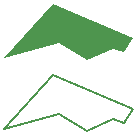
<source format=gbr>
%FSLAX46Y46*%
%MOMM*%
%ADD11C,0.16*%
D11*
G36*
X114033964Y-90138706D02*
X120783927Y-93023359D01*
X120086513Y-94246704D01*
X119083983Y-93937585D01*
X116941233Y-94904168D01*
X114570024Y-93438532D01*
X109906911Y-94720972D01*
X114033964Y-90138706D01*
G37*
X114033964Y-96138706D02*
X120783927Y-99023359D01*
X120086513Y-100246704D01*
X119083983Y-99937585D01*
X116941233Y-100904168D01*
X114570024Y-99438532D01*
X109906911Y-100720972D01*
X114033964Y-96138706D01*
M02*
</source>
